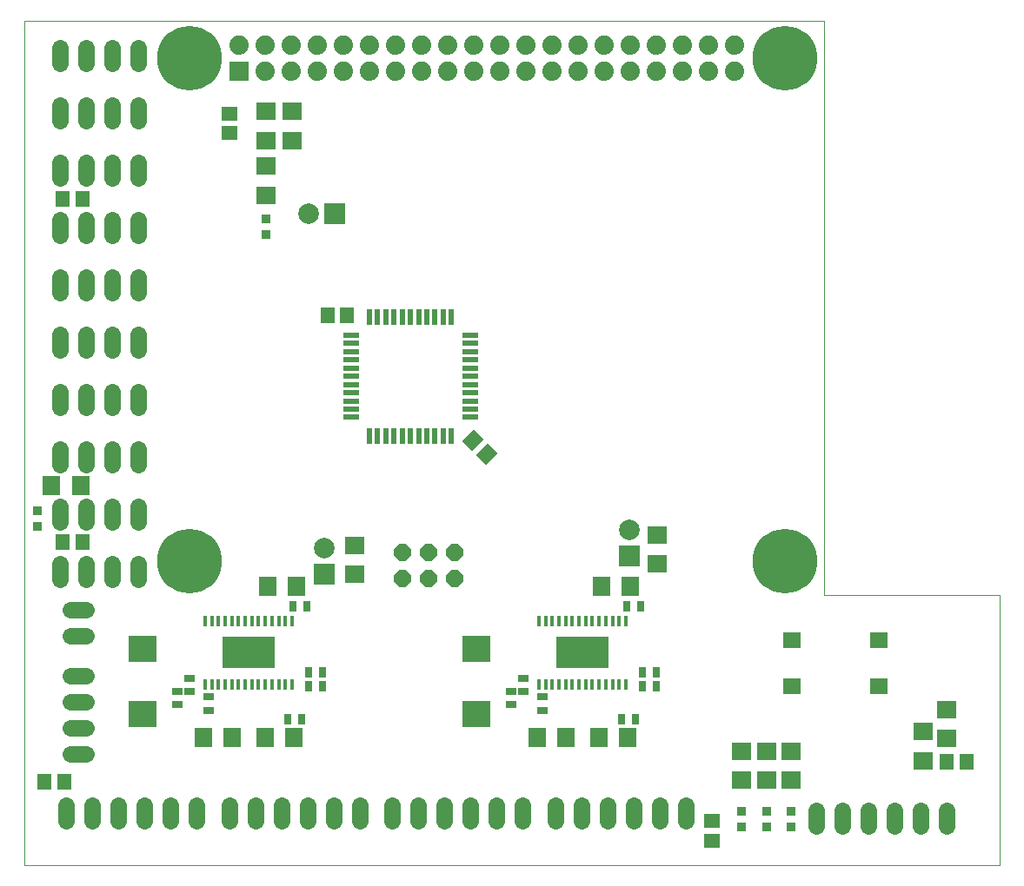
<source format=gts>
G75*
%MOIN*%
%OFA0B0*%
%FSLAX25Y25*%
%IPPOS*%
%LPD*%
%AMOC8*
5,1,8,0,0,1.08239X$1,22.5*
%
%ADD10C,0.00000*%
%ADD11R,0.07400X0.07400*%
%ADD12C,0.07400*%
%ADD13C,0.24809*%
%ADD14R,0.01778X0.04337*%
%ADD15R,0.20085X0.12211*%
%ADD16R,0.06699X0.07498*%
%ADD17R,0.03943X0.03156*%
%ADD18R,0.03156X0.03943*%
%ADD19R,0.11030X0.10439*%
%ADD20C,0.06400*%
%ADD21R,0.02369X0.06306*%
%ADD22R,0.06306X0.02369*%
%ADD23R,0.05518X0.06306*%
%ADD24R,0.03550X0.03550*%
%ADD25R,0.07498X0.06699*%
%ADD26R,0.06306X0.05518*%
%ADD27R,0.06700X0.05912*%
%ADD28R,0.07900X0.07900*%
%ADD29C,0.07900*%
%ADD30OC8,0.06400*%
D10*
X0034500Y0035000D02*
X0034500Y0359000D01*
X0341000Y0359000D01*
X0341000Y0138500D01*
X0408516Y0138500D01*
X0408516Y0035000D01*
X0034500Y0035000D01*
D11*
X0116906Y0339437D03*
D12*
X0116906Y0349437D03*
X0126906Y0349437D03*
X0136906Y0349437D03*
X0146906Y0349437D03*
X0156906Y0349437D03*
X0166906Y0349437D03*
X0176906Y0349437D03*
X0186906Y0349437D03*
X0186906Y0339437D03*
X0176906Y0339437D03*
X0166906Y0339437D03*
X0156906Y0339437D03*
X0146906Y0339437D03*
X0136906Y0339437D03*
X0126906Y0339437D03*
X0196906Y0339437D03*
X0206906Y0339437D03*
X0216906Y0339437D03*
X0226906Y0339437D03*
X0236906Y0339437D03*
X0246906Y0339437D03*
X0256906Y0339437D03*
X0266906Y0339437D03*
X0266906Y0349437D03*
X0256906Y0349437D03*
X0246906Y0349437D03*
X0236906Y0349437D03*
X0226906Y0349437D03*
X0216906Y0349437D03*
X0206906Y0349437D03*
X0196906Y0349437D03*
X0276906Y0349437D03*
X0286906Y0349437D03*
X0296906Y0349437D03*
X0306906Y0349437D03*
X0306906Y0339437D03*
X0296906Y0339437D03*
X0286906Y0339437D03*
X0276906Y0339437D03*
D13*
X0326079Y0344437D03*
X0326079Y0151524D03*
X0097732Y0151524D03*
X0097732Y0344437D03*
D14*
X0103839Y0128581D03*
X0106398Y0128581D03*
X0108957Y0128581D03*
X0111516Y0128581D03*
X0114075Y0128581D03*
X0116634Y0128581D03*
X0119193Y0128581D03*
X0121752Y0128581D03*
X0124311Y0128581D03*
X0126870Y0128581D03*
X0129429Y0128581D03*
X0131988Y0128581D03*
X0134547Y0128581D03*
X0137106Y0128581D03*
X0137106Y0104270D03*
X0134547Y0104270D03*
X0131988Y0104270D03*
X0129429Y0104270D03*
X0126870Y0104270D03*
X0124311Y0104270D03*
X0121752Y0104270D03*
X0119193Y0104270D03*
X0116634Y0104270D03*
X0114075Y0104270D03*
X0111516Y0104270D03*
X0108957Y0104270D03*
X0106398Y0104270D03*
X0103839Y0104270D03*
X0231839Y0104270D03*
X0234398Y0104270D03*
X0236957Y0104270D03*
X0239516Y0104270D03*
X0242075Y0104270D03*
X0244634Y0104270D03*
X0247193Y0104270D03*
X0249752Y0104270D03*
X0252311Y0104270D03*
X0254870Y0104270D03*
X0257429Y0104270D03*
X0259988Y0104270D03*
X0262547Y0104270D03*
X0265106Y0104270D03*
X0265106Y0128581D03*
X0262547Y0128581D03*
X0259988Y0128581D03*
X0257429Y0128581D03*
X0254870Y0128581D03*
X0252311Y0128581D03*
X0249752Y0128581D03*
X0247193Y0128581D03*
X0244634Y0128581D03*
X0242075Y0128581D03*
X0239516Y0128581D03*
X0236957Y0128581D03*
X0234398Y0128581D03*
X0231839Y0128581D03*
D15*
X0248472Y0116425D03*
X0120472Y0116425D03*
D16*
X0127669Y0142016D03*
X0138866Y0142016D03*
X0137866Y0083945D03*
X0126669Y0083945D03*
X0114228Y0083945D03*
X0103031Y0083945D03*
X0056098Y0180500D03*
X0044902Y0180500D03*
X0231031Y0083945D03*
X0242228Y0083945D03*
X0254669Y0083945D03*
X0265866Y0083945D03*
X0266866Y0142016D03*
X0255669Y0142016D03*
D17*
X0225866Y0106610D03*
X0225866Y0101492D03*
X0221008Y0101720D03*
X0221008Y0096602D03*
X0233209Y0094295D03*
X0233209Y0099413D03*
X0105209Y0099413D03*
X0105209Y0094295D03*
X0097866Y0101492D03*
X0093008Y0101720D03*
X0093008Y0096602D03*
X0097866Y0106610D03*
D18*
X0135583Y0090835D03*
X0140701Y0090835D03*
X0143535Y0103661D03*
X0143535Y0108740D03*
X0148654Y0108740D03*
X0148654Y0103661D03*
X0142701Y0134142D03*
X0137583Y0134142D03*
X0265583Y0134142D03*
X0270701Y0134142D03*
X0271535Y0108740D03*
X0271535Y0103661D03*
X0276654Y0103661D03*
X0276654Y0108740D03*
X0268701Y0090835D03*
X0263583Y0090835D03*
D19*
X0207744Y0093024D03*
X0207744Y0117984D03*
X0079744Y0117984D03*
X0079744Y0093024D03*
D20*
X0058169Y0097728D02*
X0052169Y0097728D01*
X0052169Y0107728D02*
X0058169Y0107728D01*
X0058000Y0123000D02*
X0052000Y0123000D01*
X0052000Y0133000D02*
X0058000Y0133000D01*
X0058000Y0144500D02*
X0058000Y0150500D01*
X0048000Y0150500D02*
X0048000Y0144500D01*
X0068000Y0144500D02*
X0068000Y0150500D01*
X0078000Y0150500D02*
X0078000Y0144500D01*
X0078000Y0166500D02*
X0078000Y0172500D01*
X0068000Y0172500D02*
X0068000Y0166500D01*
X0058000Y0166500D02*
X0058000Y0172500D01*
X0048000Y0172500D02*
X0048000Y0166500D01*
X0048000Y0188500D02*
X0048000Y0194500D01*
X0058000Y0194500D02*
X0058000Y0188500D01*
X0068000Y0188500D02*
X0068000Y0194500D01*
X0078000Y0194500D02*
X0078000Y0188500D01*
X0078000Y0210500D02*
X0078000Y0216500D01*
X0068000Y0216500D02*
X0068000Y0210500D01*
X0058000Y0210500D02*
X0058000Y0216500D01*
X0048000Y0216500D02*
X0048000Y0210500D01*
X0048000Y0232500D02*
X0048000Y0238500D01*
X0058000Y0238500D02*
X0058000Y0232500D01*
X0068000Y0232500D02*
X0068000Y0238500D01*
X0078000Y0238500D02*
X0078000Y0232500D01*
X0078000Y0254500D02*
X0078000Y0260500D01*
X0068000Y0260500D02*
X0068000Y0254500D01*
X0058000Y0254500D02*
X0058000Y0260500D01*
X0048000Y0260500D02*
X0048000Y0254500D01*
X0048000Y0276500D02*
X0048000Y0282500D01*
X0058000Y0282500D02*
X0058000Y0276500D01*
X0068000Y0276500D02*
X0068000Y0282500D01*
X0078000Y0282500D02*
X0078000Y0276500D01*
X0078000Y0298500D02*
X0078000Y0304500D01*
X0068000Y0304500D02*
X0068000Y0298500D01*
X0058000Y0298500D02*
X0058000Y0304500D01*
X0048000Y0304500D02*
X0048000Y0298500D01*
X0048000Y0320500D02*
X0048000Y0326500D01*
X0058000Y0326500D02*
X0058000Y0320500D01*
X0068000Y0320500D02*
X0068000Y0326500D01*
X0078000Y0326500D02*
X0078000Y0320500D01*
X0078000Y0342500D02*
X0078000Y0348500D01*
X0068000Y0348500D02*
X0068000Y0342500D01*
X0058000Y0342500D02*
X0058000Y0348500D01*
X0048000Y0348500D02*
X0048000Y0342500D01*
X0052169Y0087728D02*
X0058169Y0087728D01*
X0058169Y0077728D02*
X0052169Y0077728D01*
X0050500Y0058000D02*
X0050500Y0052000D01*
X0060500Y0052000D02*
X0060500Y0058000D01*
X0070500Y0058000D02*
X0070500Y0052000D01*
X0080500Y0052000D02*
X0080500Y0058000D01*
X0090500Y0058000D02*
X0090500Y0052000D01*
X0100500Y0052000D02*
X0100500Y0058000D01*
X0113000Y0058000D02*
X0113000Y0052000D01*
X0123000Y0052000D02*
X0123000Y0058000D01*
X0133000Y0058000D02*
X0133000Y0052000D01*
X0143000Y0052000D02*
X0143000Y0058000D01*
X0153000Y0058000D02*
X0153000Y0052000D01*
X0163000Y0052000D02*
X0163000Y0058000D01*
X0175500Y0058000D02*
X0175500Y0052000D01*
X0185500Y0052000D02*
X0185500Y0058000D01*
X0195500Y0058000D02*
X0195500Y0052000D01*
X0205500Y0052000D02*
X0205500Y0058000D01*
X0215500Y0058000D02*
X0215500Y0052000D01*
X0225500Y0052000D02*
X0225500Y0058000D01*
X0238000Y0058000D02*
X0238000Y0052000D01*
X0248000Y0052000D02*
X0248000Y0058000D01*
X0258000Y0058000D02*
X0258000Y0052000D01*
X0268000Y0052000D02*
X0268000Y0058000D01*
X0278000Y0058000D02*
X0278000Y0052000D01*
X0288000Y0052000D02*
X0288000Y0058000D01*
X0338000Y0056000D02*
X0338000Y0050000D01*
X0348000Y0050000D02*
X0348000Y0056000D01*
X0358000Y0056000D02*
X0358000Y0050000D01*
X0368000Y0050000D02*
X0368000Y0056000D01*
X0378000Y0056000D02*
X0378000Y0050000D01*
X0388000Y0050000D02*
X0388000Y0056000D01*
D21*
X0198248Y0199665D03*
X0195098Y0199665D03*
X0191949Y0199665D03*
X0188799Y0199665D03*
X0185650Y0199665D03*
X0182500Y0199665D03*
X0179350Y0199665D03*
X0176201Y0199665D03*
X0173051Y0199665D03*
X0169902Y0199665D03*
X0166752Y0199665D03*
X0166752Y0245335D03*
X0169902Y0245335D03*
X0173051Y0245335D03*
X0176201Y0245335D03*
X0179350Y0245335D03*
X0182500Y0245335D03*
X0185650Y0245335D03*
X0188799Y0245335D03*
X0191949Y0245335D03*
X0195098Y0245335D03*
X0198248Y0245335D03*
D22*
X0205335Y0238248D03*
X0205335Y0235098D03*
X0205335Y0231949D03*
X0205335Y0228799D03*
X0205335Y0225650D03*
X0205335Y0222500D03*
X0205335Y0219350D03*
X0205335Y0216201D03*
X0205335Y0213051D03*
X0205335Y0209902D03*
X0205335Y0206752D03*
X0159665Y0206752D03*
X0159665Y0209902D03*
X0159665Y0213051D03*
X0159665Y0216201D03*
X0159665Y0219350D03*
X0159665Y0222500D03*
X0159665Y0225650D03*
X0159665Y0228799D03*
X0159665Y0231949D03*
X0159665Y0235098D03*
X0159665Y0238248D03*
D23*
X0158240Y0246000D03*
X0150760Y0246000D03*
G36*
X0206249Y0193758D02*
X0202347Y0197660D01*
X0206805Y0202118D01*
X0210707Y0198216D01*
X0206249Y0193758D01*
G37*
G36*
X0211538Y0188468D02*
X0207636Y0192370D01*
X0212094Y0196828D01*
X0215996Y0192926D01*
X0211538Y0188468D01*
G37*
X0056740Y0159000D03*
X0049260Y0159000D03*
X0049740Y0067000D03*
X0042260Y0067000D03*
X0049260Y0290500D03*
X0056740Y0290500D03*
X0388260Y0074500D03*
X0395740Y0074500D03*
D24*
X0328500Y0055453D03*
X0328500Y0049547D03*
X0319000Y0049547D03*
X0319000Y0055453D03*
X0309500Y0055453D03*
X0309500Y0049547D03*
X0127000Y0277047D03*
X0127000Y0282953D03*
X0039500Y0170953D03*
X0039500Y0165047D03*
D25*
X0161000Y0157598D03*
X0161000Y0146402D03*
X0277000Y0150402D03*
X0277000Y0161598D03*
X0309500Y0078598D03*
X0319000Y0078598D03*
X0328500Y0078598D03*
X0328500Y0067402D03*
X0319000Y0067402D03*
X0309500Y0067402D03*
X0379000Y0074902D03*
X0388000Y0083402D03*
X0379000Y0086098D03*
X0388000Y0094598D03*
X0137000Y0312902D03*
X0127000Y0312902D03*
X0127000Y0303098D03*
X0127000Y0291902D03*
X0127000Y0324098D03*
X0137000Y0324098D03*
D26*
X0113000Y0323240D03*
X0113000Y0315760D03*
X0298000Y0051740D03*
X0298000Y0044260D03*
D27*
X0328965Y0103642D03*
X0328965Y0121358D03*
X0362035Y0121358D03*
X0362035Y0103642D03*
D28*
X0266500Y0153500D03*
X0149500Y0146500D03*
X0153500Y0285000D03*
D29*
X0143500Y0285000D03*
X0266500Y0163500D03*
X0149500Y0156500D03*
D30*
X0179500Y0155000D03*
X0179500Y0145000D03*
X0189500Y0145000D03*
X0189500Y0155000D03*
X0199500Y0155000D03*
X0199500Y0145000D03*
M02*

</source>
